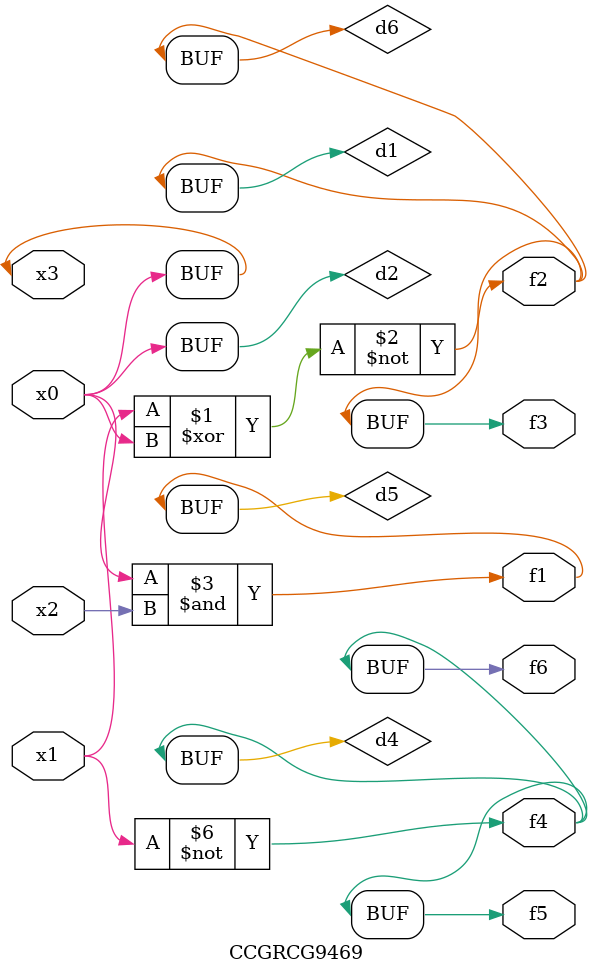
<source format=v>
module CCGRCG9469(
	input x0, x1, x2, x3,
	output f1, f2, f3, f4, f5, f6
);

	wire d1, d2, d3, d4, d5, d6;

	xnor (d1, x1, x3);
	buf (d2, x0, x3);
	nand (d3, x0, x2);
	not (d4, x1);
	nand (d5, d3);
	or (d6, d1);
	assign f1 = d5;
	assign f2 = d6;
	assign f3 = d6;
	assign f4 = d4;
	assign f5 = d4;
	assign f6 = d4;
endmodule

</source>
